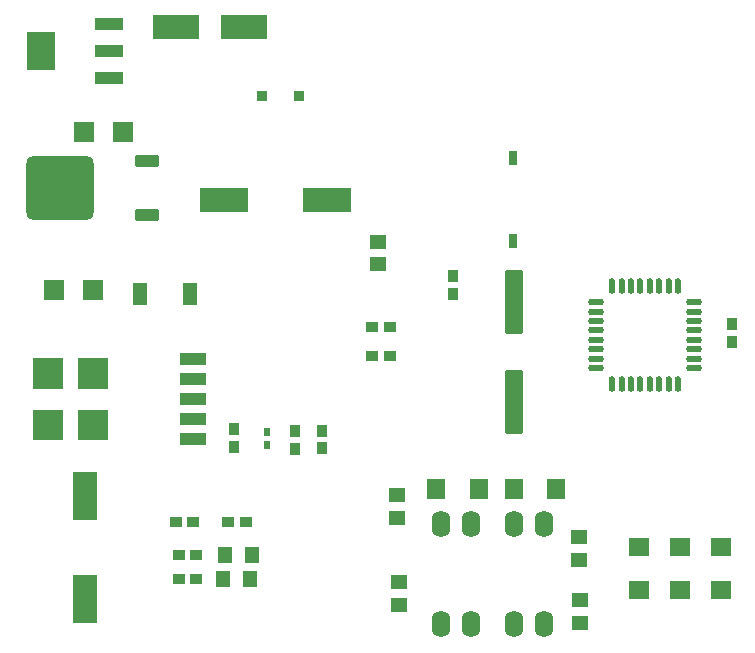
<source format=gtp>
G04*
G04 #@! TF.GenerationSoftware,Altium Limited,Altium Designer,20.1.11 (218)*
G04*
G04 Layer_Color=8421504*
%FSTAX24Y24*%
%MOIN*%
G70*
G04*
G04 #@! TF.SameCoordinates,6DBB7448-FED5-465F-904A-7FE87FEFC6C8*
G04*
G04*
G04 #@! TF.FilePolarity,Positive*
G04*
G01*
G75*
G04:AMPARAMS|DCode=20|XSize=39.4mil|YSize=78.7mil|CornerRadius=4.9mil|HoleSize=0mil|Usage=FLASHONLY|Rotation=90.000|XOffset=0mil|YOffset=0mil|HoleType=Round|Shape=RoundedRectangle|*
%AMROUNDEDRECTD20*
21,1,0.0394,0.0689,0,0,90.0*
21,1,0.0295,0.0787,0,0,90.0*
1,1,0.0098,0.0344,0.0148*
1,1,0.0098,0.0344,-0.0148*
1,1,0.0098,-0.0344,-0.0148*
1,1,0.0098,-0.0344,0.0148*
%
%ADD20ROUNDEDRECTD20*%
G04:AMPARAMS|DCode=21|XSize=216.5mil|YSize=224.4mil|CornerRadius=27.1mil|HoleSize=0mil|Usage=FLASHONLY|Rotation=90.000|XOffset=0mil|YOffset=0mil|HoleType=Round|Shape=RoundedRectangle|*
%AMROUNDEDRECTD21*
21,1,0.2165,0.1703,0,0,90.0*
21,1,0.1624,0.2244,0,0,90.0*
1,1,0.0541,0.0851,0.0812*
1,1,0.0541,0.0851,-0.0812*
1,1,0.0541,-0.0851,-0.0812*
1,1,0.0541,-0.0851,0.0812*
%
%ADD21ROUNDEDRECTD21*%
%ADD22R,0.0850X0.0421*%
%ADD23R,0.0945X0.0394*%
%ADD24R,0.0945X0.1299*%
%ADD25R,0.0787X0.1614*%
%ADD26R,0.0669X0.0669*%
%ADD27R,0.0461X0.0756*%
%ADD28R,0.1575X0.0787*%
%ADD29R,0.0394X0.0374*%
%ADD30R,0.1614X0.0787*%
%ADD31R,0.0500X0.0550*%
%ADD32R,0.0374X0.0394*%
%ADD33R,0.0354X0.0374*%
%ADD34R,0.0236X0.0256*%
%ADD35R,0.0551X0.0472*%
%ADD36R,0.0600X0.0650*%
%ADD37O,0.0630X0.0886*%
G04:AMPARAMS|DCode=38|XSize=216.5mil|YSize=59.1mil|CornerRadius=7.4mil|HoleSize=0mil|Usage=FLASHONLY|Rotation=270.000|XOffset=0mil|YOffset=0mil|HoleType=Round|Shape=RoundedRectangle|*
%AMROUNDEDRECTD38*
21,1,0.2165,0.0443,0,0,270.0*
21,1,0.2018,0.0591,0,0,270.0*
1,1,0.0148,-0.0221,-0.1009*
1,1,0.0148,-0.0221,0.1009*
1,1,0.0148,0.0221,0.1009*
1,1,0.0148,0.0221,-0.1009*
%
%ADD38ROUNDEDRECTD38*%
%ADD39R,0.0315X0.0472*%
%ADD40O,0.0531X0.0217*%
%ADD41O,0.0217X0.0531*%
%ADD42R,0.0650X0.0600*%
G36*
X02189Y023854D02*
X022914D01*
Y02283D01*
X02189D01*
Y023854D01*
D02*
G37*
G36*
X023386D02*
X02441D01*
Y02283D01*
X023386D01*
Y023854D01*
D02*
G37*
G36*
X02189Y02557D02*
X022914D01*
Y024546D01*
X02189D01*
Y02557D01*
D02*
G37*
G36*
X023386D02*
X02441D01*
Y024546D01*
X023386D01*
Y02557D01*
D02*
G37*
D20*
X0257Y030351D02*
D03*
Y03215D02*
D03*
D21*
X022787Y03125D02*
D03*
D22*
X027219Y022861D02*
D03*
Y023531D02*
D03*
Y0242D02*
D03*
Y024869D02*
D03*
Y025539D02*
D03*
D23*
X024442Y034894D02*
D03*
Y0358D02*
D03*
Y036706D02*
D03*
D24*
X022158Y0358D02*
D03*
D25*
X02365Y020975D02*
D03*
Y01755D02*
D03*
D26*
X0226Y02785D02*
D03*
X0239D02*
D03*
X0236Y0331D02*
D03*
X0249D02*
D03*
D27*
X02715Y0277D02*
D03*
X025477D02*
D03*
D28*
X026667Y0366D02*
D03*
X02895D02*
D03*
D29*
X026755Y019D02*
D03*
X027345D02*
D03*
Y0182D02*
D03*
X026755D02*
D03*
X026659Y0201D02*
D03*
X02725D02*
D03*
X028995D02*
D03*
X028405D02*
D03*
X033205Y02565D02*
D03*
X033795D02*
D03*
Y0266D02*
D03*
X033205D02*
D03*
D30*
X028275Y03085D02*
D03*
X0317D02*
D03*
D31*
X0283Y019D02*
D03*
X0292D02*
D03*
X02915Y0182D02*
D03*
X02825D02*
D03*
D32*
X0286Y023195D02*
D03*
Y022605D02*
D03*
X03065Y022555D02*
D03*
Y023145D02*
D03*
X03155Y022559D02*
D03*
Y02315D02*
D03*
X0359Y027705D02*
D03*
Y028295D02*
D03*
X045195Y026105D02*
D03*
Y026695D02*
D03*
D33*
X03077Y0343D02*
D03*
X02953D02*
D03*
D34*
X0297Y022683D02*
D03*
Y023117D02*
D03*
D35*
X0334Y02945D02*
D03*
Y028702D02*
D03*
X03405Y020998D02*
D03*
Y02025D02*
D03*
X0341Y017352D02*
D03*
Y0181D02*
D03*
X0401Y0196D02*
D03*
Y018852D02*
D03*
X04015Y016752D02*
D03*
Y0175D02*
D03*
D36*
X03535Y0212D02*
D03*
X03677D02*
D03*
X03793D02*
D03*
X03935D02*
D03*
D37*
X0355Y0167D02*
D03*
X0365D02*
D03*
Y020046D02*
D03*
X0355D02*
D03*
X03795Y0167D02*
D03*
X03895D02*
D03*
Y020046D02*
D03*
X03795D02*
D03*
D38*
Y0241D02*
D03*
Y027446D02*
D03*
D39*
X0379Y029472D02*
D03*
Y032228D02*
D03*
D40*
X040674Y027436D02*
D03*
Y027121D02*
D03*
Y026806D02*
D03*
Y026491D02*
D03*
Y026176D02*
D03*
Y025861D02*
D03*
Y025546D02*
D03*
Y025231D02*
D03*
X043941D02*
D03*
Y025546D02*
D03*
Y025861D02*
D03*
Y026176D02*
D03*
Y026491D02*
D03*
Y026806D02*
D03*
Y027121D02*
D03*
Y027436D02*
D03*
D41*
X041205Y0247D02*
D03*
X04152D02*
D03*
X041835D02*
D03*
X04215D02*
D03*
X042465D02*
D03*
X04278D02*
D03*
X043095D02*
D03*
X04341D02*
D03*
Y027968D02*
D03*
X043095D02*
D03*
X04278D02*
D03*
X042465D02*
D03*
X04215D02*
D03*
X041835D02*
D03*
X04152D02*
D03*
X041205D02*
D03*
D42*
X0421Y01785D02*
D03*
Y01927D02*
D03*
X043475Y01785D02*
D03*
Y01927D02*
D03*
X04485Y01785D02*
D03*
Y01927D02*
D03*
M02*

</source>
